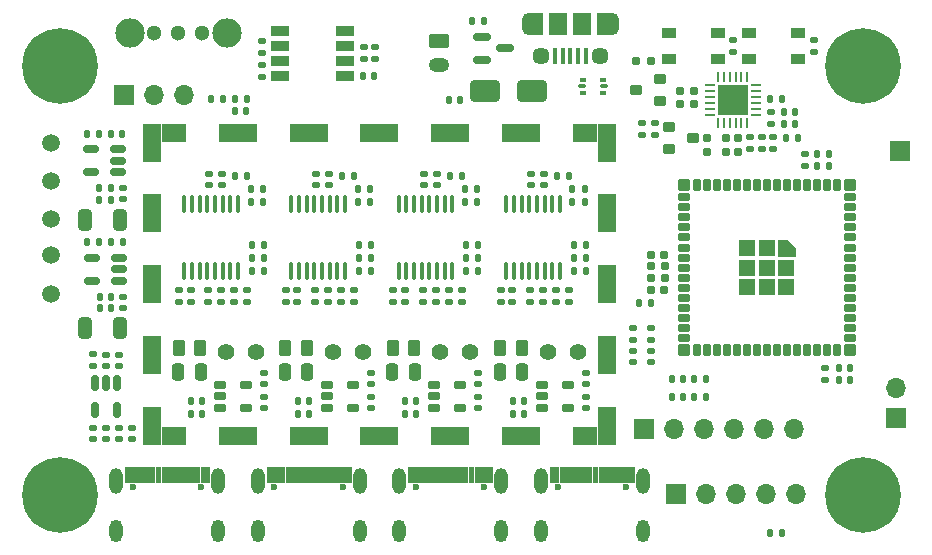
<source format=gbr>
%TF.GenerationSoftware,KiCad,Pcbnew,8.0.5*%
%TF.CreationDate,2025-03-11T21:14:57+01:00*%
%TF.ProjectId,Platine 4 Kanal Ferroelektret,506c6174-696e-4652-9034-204b616e616c,rev?*%
%TF.SameCoordinates,Original*%
%TF.FileFunction,Soldermask,Top*%
%TF.FilePolarity,Negative*%
%FSLAX46Y46*%
G04 Gerber Fmt 4.6, Leading zero omitted, Abs format (unit mm)*
G04 Created by KiCad (PCBNEW 8.0.5) date 2025-03-11 21:14:57*
%MOMM*%
%LPD*%
G01*
G04 APERTURE LIST*
G04 Aperture macros list*
%AMRoundRect*
0 Rectangle with rounded corners*
0 $1 Rounding radius*
0 $2 $3 $4 $5 $6 $7 $8 $9 X,Y pos of 4 corners*
0 Add a 4 corners polygon primitive as box body*
4,1,4,$2,$3,$4,$5,$6,$7,$8,$9,$2,$3,0*
0 Add four circle primitives for the rounded corners*
1,1,$1+$1,$2,$3*
1,1,$1+$1,$4,$5*
1,1,$1+$1,$6,$7*
1,1,$1+$1,$8,$9*
0 Add four rect primitives between the rounded corners*
20,1,$1+$1,$2,$3,$4,$5,0*
20,1,$1+$1,$4,$5,$6,$7,0*
20,1,$1+$1,$6,$7,$8,$9,0*
20,1,$1+$1,$8,$9,$2,$3,0*%
G04 Aperture macros list end*
%ADD10C,0.010000*%
%ADD11RoundRect,0.101600X-0.650000X-0.350000X0.650000X-0.350000X0.650000X0.350000X-0.650000X0.350000X0*%
%ADD12RoundRect,0.135000X-0.185000X0.135000X-0.185000X-0.135000X0.185000X-0.135000X0.185000X0.135000X0*%
%ADD13RoundRect,0.140000X-0.170000X0.140000X-0.170000X-0.140000X0.170000X-0.140000X0.170000X0.140000X0*%
%ADD14RoundRect,0.140000X0.170000X-0.140000X0.170000X0.140000X-0.170000X0.140000X-0.170000X-0.140000X0*%
%ADD15R,1.700000X1.700000*%
%ADD16O,1.700000X1.700000*%
%ADD17R,0.400000X1.350000*%
%ADD18O,1.200000X1.900000*%
%ADD19R,1.200000X1.900000*%
%ADD20C,1.450000*%
%ADD21R,1.500000X1.900000*%
%ADD22C,6.400000*%
%ADD23C,1.400000*%
%ADD24RoundRect,0.100000X-0.100000X0.637500X-0.100000X-0.637500X0.100000X-0.637500X0.100000X0.637500X0*%
%ADD25RoundRect,0.135000X0.135000X0.185000X-0.135000X0.185000X-0.135000X-0.185000X0.135000X-0.185000X0*%
%ADD26RoundRect,0.140000X-0.140000X-0.170000X0.140000X-0.170000X0.140000X0.170000X-0.140000X0.170000X0*%
%ADD27RoundRect,0.150000X-0.150000X0.512500X-0.150000X-0.512500X0.150000X-0.512500X0.150000X0.512500X0*%
%ADD28RoundRect,0.155000X-0.212500X-0.155000X0.212500X-0.155000X0.212500X0.155000X-0.212500X0.155000X0*%
%ADD29RoundRect,0.150000X0.512500X0.150000X-0.512500X0.150000X-0.512500X-0.150000X0.512500X-0.150000X0*%
%ADD30RoundRect,0.140000X0.140000X0.170000X-0.140000X0.170000X-0.140000X-0.170000X0.140000X-0.170000X0*%
%ADD31C,1.500000*%
%ADD32RoundRect,0.160000X-0.197500X-0.160000X0.197500X-0.160000X0.197500X0.160000X-0.197500X0.160000X0*%
%ADD33RoundRect,0.135000X0.185000X-0.135000X0.185000X0.135000X-0.185000X0.135000X-0.185000X-0.135000X0*%
%ADD34RoundRect,0.250000X-0.325000X-0.650000X0.325000X-0.650000X0.325000X0.650000X-0.325000X0.650000X0*%
%ADD35RoundRect,0.250000X0.262500X0.450000X-0.262500X0.450000X-0.262500X-0.450000X0.262500X-0.450000X0*%
%ADD36RoundRect,0.135000X-0.135000X-0.185000X0.135000X-0.185000X0.135000X0.185000X-0.135000X0.185000X0*%
%ADD37RoundRect,0.150000X-0.587500X-0.150000X0.587500X-0.150000X0.587500X0.150000X-0.587500X0.150000X0*%
%ADD38RoundRect,0.102000X-0.400000X-0.300000X0.400000X-0.300000X0.400000X0.300000X-0.400000X0.300000X0*%
%ADD39RoundRect,0.147500X-0.147500X-0.172500X0.147500X-0.172500X0.147500X0.172500X-0.147500X0.172500X0*%
%ADD40RoundRect,0.147500X0.147500X0.172500X-0.147500X0.172500X-0.147500X-0.172500X0.147500X-0.172500X0*%
%ADD41C,0.600000*%
%ADD42O,1.104000X2.204000*%
%ADD43O,1.104000X1.904000*%
%ADD44RoundRect,0.162500X-0.367500X-0.162500X0.367500X-0.162500X0.367500X0.162500X-0.367500X0.162500X0*%
%ADD45RoundRect,0.250000X-0.625000X0.350000X-0.625000X-0.350000X0.625000X-0.350000X0.625000X0.350000X0*%
%ADD46O,1.750000X1.200000*%
%ADD47RoundRect,0.102000X0.400000X0.300000X-0.400000X0.300000X-0.400000X-0.300000X0.400000X-0.300000X0*%
%ADD48RoundRect,0.062500X0.062500X-0.350000X0.062500X0.350000X-0.062500X0.350000X-0.062500X-0.350000X0*%
%ADD49RoundRect,0.062500X0.350000X-0.062500X0.350000X0.062500X-0.350000X0.062500X-0.350000X-0.062500X0*%
%ADD50R,2.600000X2.600000*%
%ADD51RoundRect,0.160000X0.160000X-0.197500X0.160000X0.197500X-0.160000X0.197500X-0.160000X-0.197500X0*%
%ADD52RoundRect,0.147500X0.172500X-0.147500X0.172500X0.147500X-0.172500X0.147500X-0.172500X-0.147500X0*%
%ADD53RoundRect,0.160000X0.197500X0.160000X-0.197500X0.160000X-0.197500X-0.160000X0.197500X-0.160000X0*%
%ADD54RoundRect,0.160000X-0.160000X0.197500X-0.160000X-0.197500X0.160000X-0.197500X0.160000X0.197500X0*%
%ADD55RoundRect,0.102000X0.525000X0.325000X-0.525000X0.325000X-0.525000X-0.325000X0.525000X-0.325000X0*%
%ADD56RoundRect,0.250000X0.250000X0.475000X-0.250000X0.475000X-0.250000X-0.475000X0.250000X-0.475000X0*%
%ADD57RoundRect,0.093750X-0.156250X-0.093750X0.156250X-0.093750X0.156250X0.093750X-0.156250X0.093750X0*%
%ADD58RoundRect,0.075000X-0.250000X-0.075000X0.250000X-0.075000X0.250000X0.075000X-0.250000X0.075000X0*%
%ADD59R,1.550000X1.500000*%
%ADD60R,1.550000X1.750000*%
%ADD61R,1.550000X3.300000*%
%ADD62R,2.050000X1.500000*%
%ADD63R,2.100000X1.500000*%
%ADD64R,3.300000X1.500000*%
%ADD65RoundRect,0.250000X-1.000000X-0.650000X1.000000X-0.650000X1.000000X0.650000X-1.000000X0.650000X0*%
%ADD66C,1.300000*%
%ADD67C,2.483000*%
%ADD68RoundRect,0.102000X-0.200000X0.400000X-0.200000X-0.400000X0.200000X-0.400000X0.200000X0.400000X0*%
%ADD69RoundRect,0.102000X-0.400000X0.200000X-0.400000X-0.200000X0.400000X-0.200000X0.400000X0.200000X0*%
%ADD70RoundRect,0.102000X-0.600000X0.600000X-0.600000X-0.600000X0.600000X-0.600000X0.600000X0.600000X0*%
%ADD71RoundRect,0.102000X-0.400000X0.400000X-0.400000X-0.400000X0.400000X-0.400000X0.400000X0.400000X0*%
G04 APERTURE END LIST*
D10*
%TO.C,J7*%
X106200000Y-115182500D02*
X105500000Y-115182500D01*
X105500000Y-113942500D01*
X106200000Y-113942500D01*
X106200000Y-115182500D01*
G36*
X106200000Y-115182500D02*
G01*
X105500000Y-115182500D01*
X105500000Y-113942500D01*
X106200000Y-113942500D01*
X106200000Y-115182500D01*
G37*
X107000000Y-115182500D02*
X106300000Y-115182500D01*
X106300000Y-113942500D01*
X107000000Y-113942500D01*
X107000000Y-115182500D01*
G36*
X107000000Y-115182500D02*
G01*
X106300000Y-115182500D01*
X106300000Y-113942500D01*
X107000000Y-113942500D01*
X107000000Y-115182500D01*
G37*
X107500000Y-115182500D02*
X107100000Y-115182500D01*
X107100000Y-113942500D01*
X107500000Y-113942500D01*
X107500000Y-115182500D01*
G36*
X107500000Y-115182500D02*
G01*
X107100000Y-115182500D01*
X107100000Y-113942500D01*
X107500000Y-113942500D01*
X107500000Y-115182500D01*
G37*
X108000000Y-115182500D02*
X107600000Y-115182500D01*
X107600000Y-113942500D01*
X108000000Y-113942500D01*
X108000000Y-115182500D01*
G36*
X108000000Y-115182500D02*
G01*
X107600000Y-115182500D01*
X107600000Y-113942500D01*
X108000000Y-113942500D01*
X108000000Y-115182500D01*
G37*
X108500000Y-115182500D02*
X108100000Y-115182500D01*
X108100000Y-113942500D01*
X108500000Y-113942500D01*
X108500000Y-115182500D01*
G36*
X108500000Y-115182500D02*
G01*
X108100000Y-115182500D01*
X108100000Y-113942500D01*
X108500000Y-113942500D01*
X108500000Y-115182500D01*
G37*
X109000000Y-115182500D02*
X108600000Y-115182500D01*
X108600000Y-113942500D01*
X109000000Y-113942500D01*
X109000000Y-115182500D01*
G36*
X109000000Y-115182500D02*
G01*
X108600000Y-115182500D01*
X108600000Y-113942500D01*
X109000000Y-113942500D01*
X109000000Y-115182500D01*
G37*
X109500000Y-115182500D02*
X109100000Y-115182500D01*
X109100000Y-113942500D01*
X109500000Y-113942500D01*
X109500000Y-115182500D01*
G36*
X109500000Y-115182500D02*
G01*
X109100000Y-115182500D01*
X109100000Y-113942500D01*
X109500000Y-113942500D01*
X109500000Y-115182500D01*
G37*
X110000000Y-115182500D02*
X109600000Y-115182500D01*
X109600000Y-113942500D01*
X110000000Y-113942500D01*
X110000000Y-115182500D01*
G36*
X110000000Y-115182500D02*
G01*
X109600000Y-115182500D01*
X109600000Y-113942500D01*
X110000000Y-113942500D01*
X110000000Y-115182500D01*
G37*
X110500000Y-115182500D02*
X110100000Y-115182500D01*
X110100000Y-113942500D01*
X110500000Y-113942500D01*
X110500000Y-115182500D01*
G36*
X110500000Y-115182500D02*
G01*
X110100000Y-115182500D01*
X110100000Y-113942500D01*
X110500000Y-113942500D01*
X110500000Y-115182500D01*
G37*
X111000000Y-115182500D02*
X110600000Y-115182500D01*
X110600000Y-113942500D01*
X111000000Y-113942500D01*
X111000000Y-115182500D01*
G36*
X111000000Y-115182500D02*
G01*
X110600000Y-115182500D01*
X110600000Y-113942500D01*
X111000000Y-113942500D01*
X111000000Y-115182500D01*
G37*
X111800000Y-115182500D02*
X111100000Y-115182500D01*
X111100000Y-113942500D01*
X111800000Y-113942500D01*
X111800000Y-115182500D01*
G36*
X111800000Y-115182500D02*
G01*
X111100000Y-115182500D01*
X111100000Y-113942500D01*
X111800000Y-113942500D01*
X111800000Y-115182500D01*
G37*
X112600000Y-115182500D02*
X111900000Y-115182500D01*
X111900000Y-113942500D01*
X112600000Y-113942500D01*
X112600000Y-115182500D01*
G36*
X112600000Y-115182500D02*
G01*
X111900000Y-115182500D01*
X111900000Y-113942500D01*
X112600000Y-113942500D01*
X112600000Y-115182500D01*
G37*
%TO.C,J8*%
X118200000Y-115182500D02*
X117500000Y-115182500D01*
X117500000Y-113942500D01*
X118200000Y-113942500D01*
X118200000Y-115182500D01*
G36*
X118200000Y-115182500D02*
G01*
X117500000Y-115182500D01*
X117500000Y-113942500D01*
X118200000Y-113942500D01*
X118200000Y-115182500D01*
G37*
X119000000Y-115182500D02*
X118300000Y-115182500D01*
X118300000Y-113942500D01*
X119000000Y-113942500D01*
X119000000Y-115182500D01*
G36*
X119000000Y-115182500D02*
G01*
X118300000Y-115182500D01*
X118300000Y-113942500D01*
X119000000Y-113942500D01*
X119000000Y-115182500D01*
G37*
X119500000Y-115182500D02*
X119100000Y-115182500D01*
X119100000Y-113942500D01*
X119500000Y-113942500D01*
X119500000Y-115182500D01*
G36*
X119500000Y-115182500D02*
G01*
X119100000Y-115182500D01*
X119100000Y-113942500D01*
X119500000Y-113942500D01*
X119500000Y-115182500D01*
G37*
X120000000Y-115182500D02*
X119600000Y-115182500D01*
X119600000Y-113942500D01*
X120000000Y-113942500D01*
X120000000Y-115182500D01*
G36*
X120000000Y-115182500D02*
G01*
X119600000Y-115182500D01*
X119600000Y-113942500D01*
X120000000Y-113942500D01*
X120000000Y-115182500D01*
G37*
X120500000Y-115182500D02*
X120100000Y-115182500D01*
X120100000Y-113942500D01*
X120500000Y-113942500D01*
X120500000Y-115182500D01*
G36*
X120500000Y-115182500D02*
G01*
X120100000Y-115182500D01*
X120100000Y-113942500D01*
X120500000Y-113942500D01*
X120500000Y-115182500D01*
G37*
X121000000Y-115182500D02*
X120600000Y-115182500D01*
X120600000Y-113942500D01*
X121000000Y-113942500D01*
X121000000Y-115182500D01*
G36*
X121000000Y-115182500D02*
G01*
X120600000Y-115182500D01*
X120600000Y-113942500D01*
X121000000Y-113942500D01*
X121000000Y-115182500D01*
G37*
X121500000Y-115182500D02*
X121100000Y-115182500D01*
X121100000Y-113942500D01*
X121500000Y-113942500D01*
X121500000Y-115182500D01*
G36*
X121500000Y-115182500D02*
G01*
X121100000Y-115182500D01*
X121100000Y-113942500D01*
X121500000Y-113942500D01*
X121500000Y-115182500D01*
G37*
X122000000Y-115182500D02*
X121600000Y-115182500D01*
X121600000Y-113942500D01*
X122000000Y-113942500D01*
X122000000Y-115182500D01*
G36*
X122000000Y-115182500D02*
G01*
X121600000Y-115182500D01*
X121600000Y-113942500D01*
X122000000Y-113942500D01*
X122000000Y-115182500D01*
G37*
X122500000Y-115182500D02*
X122100000Y-115182500D01*
X122100000Y-113942500D01*
X122500000Y-113942500D01*
X122500000Y-115182500D01*
G36*
X122500000Y-115182500D02*
G01*
X122100000Y-115182500D01*
X122100000Y-113942500D01*
X122500000Y-113942500D01*
X122500000Y-115182500D01*
G37*
X123000000Y-115182500D02*
X122600000Y-115182500D01*
X122600000Y-113942500D01*
X123000000Y-113942500D01*
X123000000Y-115182500D01*
G36*
X123000000Y-115182500D02*
G01*
X122600000Y-115182500D01*
X122600000Y-113942500D01*
X123000000Y-113942500D01*
X123000000Y-115182500D01*
G37*
X123800000Y-115182500D02*
X123100000Y-115182500D01*
X123100000Y-113942500D01*
X123800000Y-113942500D01*
X123800000Y-115182500D01*
G36*
X123800000Y-115182500D02*
G01*
X123100000Y-115182500D01*
X123100000Y-113942500D01*
X123800000Y-113942500D01*
X123800000Y-115182500D01*
G37*
X124600000Y-115182500D02*
X123900000Y-115182500D01*
X123900000Y-113942500D01*
X124600000Y-113942500D01*
X124600000Y-115182500D01*
G36*
X124600000Y-115182500D02*
G01*
X123900000Y-115182500D01*
X123900000Y-113942500D01*
X124600000Y-113942500D01*
X124600000Y-115182500D01*
G37*
%TO.C,J9*%
X130200000Y-115182500D02*
X129500000Y-115182500D01*
X129500000Y-113942500D01*
X130200000Y-113942500D01*
X130200000Y-115182500D01*
G36*
X130200000Y-115182500D02*
G01*
X129500000Y-115182500D01*
X129500000Y-113942500D01*
X130200000Y-113942500D01*
X130200000Y-115182500D01*
G37*
X131000000Y-115182500D02*
X130300000Y-115182500D01*
X130300000Y-113942500D01*
X131000000Y-113942500D01*
X131000000Y-115182500D01*
G36*
X131000000Y-115182500D02*
G01*
X130300000Y-115182500D01*
X130300000Y-113942500D01*
X131000000Y-113942500D01*
X131000000Y-115182500D01*
G37*
X131500000Y-115182500D02*
X131100000Y-115182500D01*
X131100000Y-113942500D01*
X131500000Y-113942500D01*
X131500000Y-115182500D01*
G36*
X131500000Y-115182500D02*
G01*
X131100000Y-115182500D01*
X131100000Y-113942500D01*
X131500000Y-113942500D01*
X131500000Y-115182500D01*
G37*
X132000000Y-115182500D02*
X131600000Y-115182500D01*
X131600000Y-113942500D01*
X132000000Y-113942500D01*
X132000000Y-115182500D01*
G36*
X132000000Y-115182500D02*
G01*
X131600000Y-115182500D01*
X131600000Y-113942500D01*
X132000000Y-113942500D01*
X132000000Y-115182500D01*
G37*
X132500000Y-115182500D02*
X132100000Y-115182500D01*
X132100000Y-113942500D01*
X132500000Y-113942500D01*
X132500000Y-115182500D01*
G36*
X132500000Y-115182500D02*
G01*
X132100000Y-115182500D01*
X132100000Y-113942500D01*
X132500000Y-113942500D01*
X132500000Y-115182500D01*
G37*
X133000000Y-115182500D02*
X132600000Y-115182500D01*
X132600000Y-113942500D01*
X133000000Y-113942500D01*
X133000000Y-115182500D01*
G36*
X133000000Y-115182500D02*
G01*
X132600000Y-115182500D01*
X132600000Y-113942500D01*
X133000000Y-113942500D01*
X133000000Y-115182500D01*
G37*
X133500000Y-115182500D02*
X133100000Y-115182500D01*
X133100000Y-113942500D01*
X133500000Y-113942500D01*
X133500000Y-115182500D01*
G36*
X133500000Y-115182500D02*
G01*
X133100000Y-115182500D01*
X133100000Y-113942500D01*
X133500000Y-113942500D01*
X133500000Y-115182500D01*
G37*
X134000000Y-115182500D02*
X133600000Y-115182500D01*
X133600000Y-113942500D01*
X134000000Y-113942500D01*
X134000000Y-115182500D01*
G36*
X134000000Y-115182500D02*
G01*
X133600000Y-115182500D01*
X133600000Y-113942500D01*
X134000000Y-113942500D01*
X134000000Y-115182500D01*
G37*
X134500000Y-115182500D02*
X134100000Y-115182500D01*
X134100000Y-113942500D01*
X134500000Y-113942500D01*
X134500000Y-115182500D01*
G36*
X134500000Y-115182500D02*
G01*
X134100000Y-115182500D01*
X134100000Y-113942500D01*
X134500000Y-113942500D01*
X134500000Y-115182500D01*
G37*
X135000000Y-115182500D02*
X134600000Y-115182500D01*
X134600000Y-113942500D01*
X135000000Y-113942500D01*
X135000000Y-115182500D01*
G36*
X135000000Y-115182500D02*
G01*
X134600000Y-115182500D01*
X134600000Y-113942500D01*
X135000000Y-113942500D01*
X135000000Y-115182500D01*
G37*
X135800000Y-115182500D02*
X135100000Y-115182500D01*
X135100000Y-113942500D01*
X135800000Y-113942500D01*
X135800000Y-115182500D01*
G36*
X135800000Y-115182500D02*
G01*
X135100000Y-115182500D01*
X135100000Y-113942500D01*
X135800000Y-113942500D01*
X135800000Y-115182500D01*
G37*
X136600000Y-115182500D02*
X135900000Y-115182500D01*
X135900000Y-113942500D01*
X136600000Y-113942500D01*
X136600000Y-115182500D01*
G36*
X136600000Y-115182500D02*
G01*
X135900000Y-115182500D01*
X135900000Y-113942500D01*
X136600000Y-113942500D01*
X136600000Y-115182500D01*
G37*
%TO.C,J10*%
X142200000Y-115182500D02*
X141500000Y-115182500D01*
X141500000Y-113942500D01*
X142200000Y-113942500D01*
X142200000Y-115182500D01*
G36*
X142200000Y-115182500D02*
G01*
X141500000Y-115182500D01*
X141500000Y-113942500D01*
X142200000Y-113942500D01*
X142200000Y-115182500D01*
G37*
X143000000Y-115182500D02*
X142300000Y-115182500D01*
X142300000Y-113942500D01*
X143000000Y-113942500D01*
X143000000Y-115182500D01*
G36*
X143000000Y-115182500D02*
G01*
X142300000Y-115182500D01*
X142300000Y-113942500D01*
X143000000Y-113942500D01*
X143000000Y-115182500D01*
G37*
X143500000Y-115182500D02*
X143100000Y-115182500D01*
X143100000Y-113942500D01*
X143500000Y-113942500D01*
X143500000Y-115182500D01*
G36*
X143500000Y-115182500D02*
G01*
X143100000Y-115182500D01*
X143100000Y-113942500D01*
X143500000Y-113942500D01*
X143500000Y-115182500D01*
G37*
X144000000Y-115182500D02*
X143600000Y-115182500D01*
X143600000Y-113942500D01*
X144000000Y-113942500D01*
X144000000Y-115182500D01*
G36*
X144000000Y-115182500D02*
G01*
X143600000Y-115182500D01*
X143600000Y-113942500D01*
X144000000Y-113942500D01*
X144000000Y-115182500D01*
G37*
X144500000Y-115182500D02*
X144100000Y-115182500D01*
X144100000Y-113942500D01*
X144500000Y-113942500D01*
X144500000Y-115182500D01*
G36*
X144500000Y-115182500D02*
G01*
X144100000Y-115182500D01*
X144100000Y-113942500D01*
X144500000Y-113942500D01*
X144500000Y-115182500D01*
G37*
X145000000Y-115182500D02*
X144600000Y-115182500D01*
X144600000Y-113942500D01*
X145000000Y-113942500D01*
X145000000Y-115182500D01*
G36*
X145000000Y-115182500D02*
G01*
X144600000Y-115182500D01*
X144600000Y-113942500D01*
X145000000Y-113942500D01*
X145000000Y-115182500D01*
G37*
X145500000Y-115182500D02*
X145100000Y-115182500D01*
X145100000Y-113942500D01*
X145500000Y-113942500D01*
X145500000Y-115182500D01*
G36*
X145500000Y-115182500D02*
G01*
X145100000Y-115182500D01*
X145100000Y-113942500D01*
X145500000Y-113942500D01*
X145500000Y-115182500D01*
G37*
X146000000Y-115182500D02*
X145600000Y-115182500D01*
X145600000Y-113942500D01*
X146000000Y-113942500D01*
X146000000Y-115182500D01*
G36*
X146000000Y-115182500D02*
G01*
X145600000Y-115182500D01*
X145600000Y-113942500D01*
X146000000Y-113942500D01*
X146000000Y-115182500D01*
G37*
X146500000Y-115182500D02*
X146100000Y-115182500D01*
X146100000Y-113942500D01*
X146500000Y-113942500D01*
X146500000Y-115182500D01*
G36*
X146500000Y-115182500D02*
G01*
X146100000Y-115182500D01*
X146100000Y-113942500D01*
X146500000Y-113942500D01*
X146500000Y-115182500D01*
G37*
X147000000Y-115182500D02*
X146600000Y-115182500D01*
X146600000Y-113942500D01*
X147000000Y-113942500D01*
X147000000Y-115182500D01*
G36*
X147000000Y-115182500D02*
G01*
X146600000Y-115182500D01*
X146600000Y-113942500D01*
X147000000Y-113942500D01*
X147000000Y-115182500D01*
G37*
X147800000Y-115182500D02*
X147100000Y-115182500D01*
X147100000Y-113942500D01*
X147800000Y-113942500D01*
X147800000Y-115182500D01*
G36*
X147800000Y-115182500D02*
G01*
X147100000Y-115182500D01*
X147100000Y-113942500D01*
X147800000Y-113942500D01*
X147800000Y-115182500D01*
G37*
X148600000Y-115182500D02*
X147900000Y-115182500D01*
X147900000Y-113942500D01*
X148600000Y-113942500D01*
X148600000Y-115182500D01*
G36*
X148600000Y-115182500D02*
G01*
X147900000Y-115182500D01*
X147900000Y-113942500D01*
X148600000Y-113942500D01*
X148600000Y-115182500D01*
G37*
%TO.C,U2*%
X162200000Y-95350000D02*
X162200000Y-96100000D01*
X160800000Y-96100000D01*
X160800000Y-94700000D01*
X161550000Y-94700000D01*
X162200000Y-95350000D01*
G36*
X162200000Y-95350000D02*
G01*
X162200000Y-96100000D01*
X160800000Y-96100000D01*
X160800000Y-94700000D01*
X161550000Y-94700000D01*
X162200000Y-95350000D01*
G37*
%TD*%
D11*
%TO.C,IC1*%
X118650000Y-76995000D03*
X118650000Y-78265000D03*
X118650000Y-79535000D03*
X118650000Y-80805000D03*
X124150000Y-80805000D03*
X124150000Y-79535000D03*
X124150000Y-78265000D03*
X124150000Y-76995000D03*
%TD*%
D12*
%TO.C,R3*%
X102800000Y-104390000D03*
X102800000Y-105410000D03*
%TD*%
D13*
%TO.C,C6*%
X102800000Y-110620000D03*
X102800000Y-111580000D03*
%TD*%
%TO.C,C5*%
X103900000Y-110620000D03*
X103900000Y-111580000D03*
%TD*%
D14*
%TO.C,C4*%
X105000000Y-111580000D03*
X105000000Y-110620000D03*
%TD*%
%TO.C,C3*%
X106100000Y-111580000D03*
X106100000Y-110620000D03*
%TD*%
D13*
%TO.C,C2*%
X103900000Y-104420000D03*
X103900000Y-105380000D03*
%TD*%
%TO.C,C1*%
X105000000Y-104420000D03*
X105000000Y-105380000D03*
%TD*%
D15*
%TO.C,J3*%
X170800000Y-109775000D03*
D16*
X170800000Y-107235000D03*
%TD*%
D14*
%TO.C,C74*%
X105300000Y-91280000D03*
X105300000Y-90320000D03*
%TD*%
%TO.C,C20*%
X113650000Y-99942500D03*
X113650000Y-98982500D03*
%TD*%
D17*
%TO.C,J11*%
X144500000Y-79162500D03*
X143850000Y-79162500D03*
X143200000Y-79162500D03*
X142550000Y-79162500D03*
X141900000Y-79162500D03*
D18*
X146700000Y-76462500D03*
D19*
X146100000Y-76462500D03*
D20*
X145700000Y-79162500D03*
D21*
X144200000Y-76462500D03*
X142200000Y-76462500D03*
D20*
X140700000Y-79162500D03*
D19*
X140300000Y-76462500D03*
D18*
X139700000Y-76462500D03*
%TD*%
D13*
%TO.C,C46*%
X135400000Y-107982500D03*
X135400000Y-108942500D03*
%TD*%
%TO.C,C60*%
X143100000Y-98982500D03*
X143100000Y-99942500D03*
%TD*%
D22*
%TO.C,H3*%
X168000000Y-80000000D03*
%TD*%
D23*
%TO.C,TP6*%
X116600000Y-104162500D03*
X114060000Y-104162500D03*
%TD*%
D24*
%TO.C,U9*%
X142325000Y-91637500D03*
X141675000Y-91637500D03*
X141025000Y-91637500D03*
X140375000Y-91637500D03*
X139725000Y-91637500D03*
X139075000Y-91637500D03*
X138425000Y-91637500D03*
X137775000Y-91637500D03*
X137775000Y-97362500D03*
X138425000Y-97362500D03*
X139075000Y-97362500D03*
X139725000Y-97362500D03*
X140375000Y-97362500D03*
X141025000Y-97362500D03*
X141675000Y-97362500D03*
X142325000Y-97362500D03*
%TD*%
D25*
%TO.C,R33*%
X144510000Y-96262500D03*
X143490000Y-96262500D03*
%TD*%
%TO.C,R16*%
X117160000Y-90362500D03*
X116140000Y-90362500D03*
%TD*%
D13*
%TO.C,C43*%
X135400000Y-105982500D03*
X135400000Y-106942500D03*
%TD*%
D26*
%TO.C,C39*%
X120120000Y-109462500D03*
X121080000Y-109462500D03*
%TD*%
D27*
%TO.C,U1*%
X104850000Y-106862500D03*
X103900000Y-106862500D03*
X102950000Y-106862500D03*
X102950000Y-109137500D03*
X104850000Y-109137500D03*
%TD*%
D28*
%TO.C,C15*%
X150032500Y-95950000D03*
X151167500Y-95950000D03*
%TD*%
D14*
%TO.C,C54*%
X141000000Y-90080000D03*
X141000000Y-89120000D03*
%TD*%
D29*
%TO.C,U14*%
X104962500Y-98150000D03*
X104962500Y-97200000D03*
X104962500Y-96250000D03*
X102687500Y-96250000D03*
X102687500Y-98150000D03*
%TD*%
D30*
%TO.C,C12*%
X165080000Y-87420000D03*
X164120000Y-87420000D03*
%TD*%
D13*
%TO.C,C24*%
X115850000Y-98982500D03*
X115850000Y-99942500D03*
%TD*%
D25*
%TO.C,R20*%
X126310000Y-97362500D03*
X125290000Y-97362500D03*
%TD*%
D13*
%TO.C,C22*%
X117250000Y-107982500D03*
X117250000Y-108942500D03*
%TD*%
D25*
%TO.C,R35*%
X144510000Y-95162500D03*
X143490000Y-95162500D03*
%TD*%
D22*
%TO.C,H1*%
X100000000Y-116320000D03*
%TD*%
D31*
%TO.C,TP5*%
X99200000Y-86500000D03*
%TD*%
D32*
%TO.C,R9*%
X150002500Y-97950000D03*
X151197500Y-97950000D03*
%TD*%
D33*
%TO.C,R49*%
X150400000Y-85810000D03*
X150400000Y-84790000D03*
%TD*%
D14*
%TO.C,C35*%
X123800000Y-99942500D03*
X123800000Y-98982500D03*
%TD*%
D28*
%TO.C,C16*%
X150032500Y-98950000D03*
X151167500Y-98950000D03*
%TD*%
D24*
%TO.C,U5*%
X124125000Y-91625000D03*
X123475000Y-91625000D03*
X122825000Y-91625000D03*
X122175000Y-91625000D03*
X121525000Y-91625000D03*
X120875000Y-91625000D03*
X120225000Y-91625000D03*
X119575000Y-91625000D03*
X119575000Y-97350000D03*
X120225000Y-97350000D03*
X120875000Y-97350000D03*
X121525000Y-97350000D03*
X122175000Y-97350000D03*
X122825000Y-97350000D03*
X123475000Y-97350000D03*
X124125000Y-97350000D03*
%TD*%
D14*
%TO.C,C32*%
X122700000Y-99942500D03*
X122700000Y-98982500D03*
%TD*%
D25*
%TO.C,R14*%
X117260000Y-97362500D03*
X116240000Y-97362500D03*
%TD*%
D14*
%TO.C,C18*%
X113750000Y-90080000D03*
X113750000Y-89120000D03*
%TD*%
D34*
%TO.C,C7*%
X102125000Y-93000000D03*
X105075000Y-93000000D03*
%TD*%
D30*
%TO.C,C71*%
X115780000Y-83800000D03*
X114820000Y-83800000D03*
%TD*%
D14*
%TO.C,C59*%
X142000000Y-99942500D03*
X142000000Y-98982500D03*
%TD*%
D35*
%TO.C,RF1*%
X111862500Y-103862500D03*
X110037500Y-103862500D03*
%TD*%
D13*
%TO.C,C58*%
X144500000Y-107982500D03*
X144500000Y-108942500D03*
%TD*%
D36*
%TO.C,R52*%
X134890000Y-76200000D03*
X135910000Y-76200000D03*
%TD*%
D25*
%TO.C,R28*%
X135310000Y-90362500D03*
X134290000Y-90362500D03*
%TD*%
%TO.C,R32*%
X144510000Y-97362500D03*
X143490000Y-97362500D03*
%TD*%
%TO.C,R15*%
X117260000Y-96262500D03*
X116240000Y-96262500D03*
%TD*%
D37*
%TO.C,Q3*%
X135762500Y-77550000D03*
X135762500Y-79450000D03*
X137637500Y-78500000D03*
%TD*%
D25*
%TO.C,R12*%
X115860000Y-89262500D03*
X114840000Y-89262500D03*
%TD*%
D14*
%TO.C,C56*%
X140900000Y-99942500D03*
X140900000Y-98982500D03*
%TD*%
D38*
%TO.C,Q2*%
X151590000Y-85150000D03*
X151590000Y-87050000D03*
X153610000Y-86100000D03*
%TD*%
D25*
%TO.C,R21*%
X126310000Y-96262500D03*
X125290000Y-96262500D03*
%TD*%
D39*
%TO.C,LED_INFO4*%
X151800000Y-108000000D03*
X152770000Y-108000000D03*
%TD*%
D12*
%TO.C,R40*%
X160200000Y-83890000D03*
X160200000Y-84910000D03*
%TD*%
D33*
%TO.C,R43*%
X125700000Y-79410000D03*
X125700000Y-78390000D03*
%TD*%
D13*
%TO.C,C9*%
X163800000Y-77820000D03*
X163800000Y-78780000D03*
%TD*%
D31*
%TO.C,TP4*%
X99200000Y-99300000D03*
%TD*%
D30*
%TO.C,C28*%
X112030000Y-108362500D03*
X111070000Y-108362500D03*
%TD*%
%TO.C,C11*%
X165080000Y-88450000D03*
X164120000Y-88450000D03*
%TD*%
%TO.C,C76*%
X104305000Y-99500000D03*
X103345000Y-99500000D03*
%TD*%
D31*
%TO.C,TP3*%
X99200000Y-96000000D03*
%TD*%
D40*
%TO.C,LED_PWR2*%
X105285000Y-85700000D03*
X104315000Y-85700000D03*
%TD*%
D30*
%TO.C,C14*%
X166880000Y-106550000D03*
X165920000Y-106550000D03*
%TD*%
D34*
%TO.C,C8*%
X102125000Y-102200000D03*
X105075000Y-102200000D03*
%TD*%
D13*
%TO.C,C57*%
X139800000Y-98982500D03*
X139800000Y-99942500D03*
%TD*%
%TO.C,C25*%
X110050000Y-98982500D03*
X110050000Y-99942500D03*
%TD*%
D25*
%TO.C,R18*%
X124910000Y-89262500D03*
X123890000Y-89262500D03*
%TD*%
D41*
%TO.C,J7*%
X106160000Y-115632500D03*
X111940000Y-115632500D03*
D42*
X104725000Y-115142500D03*
X113375000Y-115142500D03*
D43*
X104725000Y-119312500D03*
X113375000Y-119312500D03*
%TD*%
D40*
%TO.C,LED_PWR1*%
X162470000Y-86100000D03*
X161500000Y-86100000D03*
%TD*%
D25*
%TO.C,R29*%
X135410000Y-95162500D03*
X134390000Y-95162500D03*
%TD*%
D35*
%TO.C,RF3*%
X130012500Y-103862500D03*
X128187500Y-103862500D03*
%TD*%
D13*
%TO.C,C21*%
X112550000Y-98982500D03*
X112550000Y-99942500D03*
%TD*%
%TO.C,C53*%
X139900000Y-89120000D03*
X139900000Y-90080000D03*
%TD*%
D44*
%TO.C,U8*%
X131700000Y-107012500D03*
X131700000Y-107962500D03*
X131700000Y-108912500D03*
X133900000Y-108912500D03*
X133900000Y-107012500D03*
%TD*%
D14*
%TO.C,C78*%
X105325000Y-100480000D03*
X105325000Y-99520000D03*
%TD*%
D31*
%TO.C,TP1*%
X99200000Y-89700000D03*
%TD*%
D45*
%TO.C,X1*%
X132100000Y-77900000D03*
D46*
X132100000Y-79900000D03*
%TD*%
D30*
%TO.C,C64*%
X139280000Y-108362500D03*
X138320000Y-108362500D03*
%TD*%
D14*
%TO.C,C62*%
X138300000Y-99942500D03*
X138300000Y-98982500D03*
%TD*%
D47*
%TO.C,Q1*%
X150810000Y-82950000D03*
X150810000Y-81050000D03*
X148790000Y-82000000D03*
%TD*%
D25*
%TO.C,R17*%
X117260000Y-95162500D03*
X116240000Y-95162500D03*
%TD*%
D15*
%TO.C,J4*%
X149460000Y-110675000D03*
D16*
X152000000Y-110675000D03*
X154540000Y-110675000D03*
X157080000Y-110675000D03*
X159620000Y-110675000D03*
X162160000Y-110675000D03*
%TD*%
D13*
%TO.C,C17*%
X112650000Y-89120000D03*
X112650000Y-90080000D03*
%TD*%
D23*
%TO.C,TP9*%
X143850000Y-104162500D03*
X141310000Y-104162500D03*
%TD*%
D13*
%TO.C,C41*%
X130800000Y-89120000D03*
X130800000Y-90080000D03*
%TD*%
D30*
%TO.C,C66*%
X162260000Y-83900000D03*
X161300000Y-83900000D03*
%TD*%
D48*
%TO.C,U12*%
X155700000Y-84787500D03*
X156200000Y-84787500D03*
X156700000Y-84787500D03*
X157200000Y-84787500D03*
X157700000Y-84787500D03*
X158200000Y-84787500D03*
D49*
X158887500Y-84100000D03*
X158887500Y-83600000D03*
X158887500Y-83100000D03*
X158887500Y-82600000D03*
X158887500Y-82100000D03*
X158887500Y-81600000D03*
D48*
X158200000Y-80912500D03*
X157700000Y-80912500D03*
X157200000Y-80912500D03*
X156700000Y-80912500D03*
X156200000Y-80912500D03*
X155700000Y-80912500D03*
D49*
X155012500Y-81600000D03*
X155012500Y-82100000D03*
X155012500Y-82600000D03*
X155012500Y-83100000D03*
X155012500Y-83600000D03*
X155012500Y-84100000D03*
D50*
X156950000Y-82850000D03*
%TD*%
D23*
%TO.C,TP8*%
X134750000Y-104162500D03*
X132210000Y-104162500D03*
%TD*%
D25*
%TO.C,R19*%
X126210000Y-91462500D03*
X125190000Y-91462500D03*
%TD*%
D26*
%TO.C,C27*%
X111070000Y-109462500D03*
X112030000Y-109462500D03*
%TD*%
D30*
%TO.C,C77*%
X104305000Y-100500000D03*
X103345000Y-100500000D03*
%TD*%
D14*
%TO.C,C69*%
X117100000Y-80880000D03*
X117100000Y-79920000D03*
%TD*%
D12*
%TO.C,R2*%
X150000000Y-102175000D03*
X150000000Y-103195000D03*
%TD*%
%TO.C,R47*%
X149300000Y-84790000D03*
X149300000Y-85810000D03*
%TD*%
D13*
%TO.C,C10*%
X157000000Y-77820000D03*
X157000000Y-78780000D03*
%TD*%
D30*
%TO.C,C67*%
X162260000Y-84900000D03*
X161300000Y-84900000D03*
%TD*%
D13*
%TO.C,C61*%
X137300000Y-98982500D03*
X137300000Y-99942500D03*
%TD*%
D36*
%TO.C,R53*%
X102305000Y-94905000D03*
X103325000Y-94905000D03*
%TD*%
D13*
%TO.C,C36*%
X124900000Y-98982500D03*
X124900000Y-99942500D03*
%TD*%
D12*
%TO.C,R6*%
X163100000Y-87440000D03*
X163100000Y-88460000D03*
%TD*%
D51*
%TO.C,R41*%
X157400000Y-87297500D03*
X157400000Y-86102500D03*
%TD*%
D15*
%TO.C,J5*%
X171100000Y-87200000D03*
%TD*%
D32*
%TO.C,R39*%
X152500000Y-82100000D03*
X153695000Y-82100000D03*
%TD*%
D25*
%TO.C,R4*%
X154710000Y-106500000D03*
X153690000Y-106500000D03*
%TD*%
D14*
%TO.C,C42*%
X131900000Y-90080000D03*
X131900000Y-89120000D03*
%TD*%
%TO.C,C65*%
X159400000Y-86980000D03*
X159400000Y-86020000D03*
%TD*%
D22*
%TO.C,H4*%
X168000000Y-116320000D03*
%TD*%
D13*
%TO.C,C55*%
X144500000Y-105982500D03*
X144500000Y-106942500D03*
%TD*%
D14*
%TO.C,C68*%
X158400000Y-86980000D03*
X158400000Y-86020000D03*
%TD*%
%TO.C,C47*%
X132900000Y-99942500D03*
X132900000Y-98982500D03*
%TD*%
D25*
%TO.C,R22*%
X126210000Y-90362500D03*
X125190000Y-90362500D03*
%TD*%
D12*
%TO.C,R1*%
X148500000Y-102175000D03*
X148500000Y-103195000D03*
%TD*%
D24*
%TO.C,U7*%
X133225000Y-91637500D03*
X132575000Y-91637500D03*
X131925000Y-91637500D03*
X131275000Y-91637500D03*
X130625000Y-91637500D03*
X129975000Y-91637500D03*
X129325000Y-91637500D03*
X128675000Y-91637500D03*
X128675000Y-97362500D03*
X129325000Y-97362500D03*
X129975000Y-97362500D03*
X130625000Y-97362500D03*
X131275000Y-97362500D03*
X131925000Y-97362500D03*
X132575000Y-97362500D03*
X133225000Y-97362500D03*
%TD*%
D41*
%TO.C,J8*%
X118160000Y-115632500D03*
X123940000Y-115632500D03*
D42*
X116725000Y-115142500D03*
X125375000Y-115142500D03*
D43*
X116725000Y-119312500D03*
X125375000Y-119312500D03*
%TD*%
D41*
%TO.C,J9*%
X130160000Y-115632500D03*
X135940000Y-115632500D03*
D42*
X128725000Y-115142500D03*
X137375000Y-115142500D03*
D43*
X128725000Y-119312500D03*
X137375000Y-119312500D03*
%TD*%
D14*
%TO.C,C30*%
X122800000Y-90067500D03*
X122800000Y-89107500D03*
%TD*%
D13*
%TO.C,C49*%
X128200000Y-98982500D03*
X128200000Y-99942500D03*
%TD*%
D36*
%TO.C,R51*%
X102290000Y-85700000D03*
X103310000Y-85700000D03*
%TD*%
D13*
%TO.C,C34*%
X126300000Y-107982500D03*
X126300000Y-108942500D03*
%TD*%
D52*
%TO.C,LED_INFO1*%
X148500000Y-105085000D03*
X148500000Y-104115000D03*
%TD*%
D30*
%TO.C,C13*%
X166880000Y-105550000D03*
X165920000Y-105550000D03*
%TD*%
%TO.C,C40*%
X121080000Y-108362500D03*
X120120000Y-108362500D03*
%TD*%
D53*
%TO.C,R8*%
X151197500Y-96950000D03*
X150002500Y-96950000D03*
%TD*%
D29*
%TO.C,U13*%
X104937500Y-88950000D03*
X104937500Y-88000000D03*
X104937500Y-87050000D03*
X102662500Y-87050000D03*
X102662500Y-88950000D03*
%TD*%
D54*
%TO.C,R50*%
X154800000Y-86102500D03*
X154800000Y-87297500D03*
%TD*%
D30*
%TO.C,C70*%
X126580000Y-80800000D03*
X125620000Y-80800000D03*
%TD*%
D13*
%TO.C,C37*%
X119100000Y-98982500D03*
X119100000Y-99942500D03*
%TD*%
D30*
%TO.C,C52*%
X130180000Y-108362500D03*
X129220000Y-108362500D03*
%TD*%
D13*
%TO.C,C45*%
X130700000Y-98982500D03*
X130700000Y-99942500D03*
%TD*%
D25*
%TO.C,R25*%
X135310000Y-91462500D03*
X134290000Y-91462500D03*
%TD*%
D53*
%TO.C,R38*%
X153700000Y-83200000D03*
X152505000Y-83200000D03*
%TD*%
D26*
%TO.C,C63*%
X138320000Y-109462500D03*
X139280000Y-109462500D03*
%TD*%
D55*
%TO.C,RESET_SWITCH1*%
X155675000Y-79375000D03*
X151525000Y-79375000D03*
X155675000Y-77225000D03*
X151525000Y-77225000D03*
%TD*%
D25*
%TO.C,R31*%
X144410000Y-91462500D03*
X143390000Y-91462500D03*
%TD*%
D35*
%TO.C,RF4*%
X139112500Y-103862500D03*
X137287500Y-103862500D03*
%TD*%
D15*
%TO.C,J1*%
X105420000Y-82400000D03*
D16*
X107960000Y-82400000D03*
X110500000Y-82400000D03*
%TD*%
D56*
%TO.C,CF4*%
X139150000Y-105862500D03*
X137250000Y-105862500D03*
%TD*%
D25*
%TO.C,R5*%
X154710000Y-108000000D03*
X153690000Y-108000000D03*
%TD*%
D57*
%TO.C,U11*%
X144250000Y-81162500D03*
D58*
X144175000Y-81700000D03*
D57*
X144250000Y-82237500D03*
X145950000Y-82237500D03*
D58*
X146025000Y-81700000D03*
D57*
X145950000Y-81162500D03*
%TD*%
D23*
%TO.C,TP7*%
X125650000Y-104162500D03*
X123110000Y-104162500D03*
%TD*%
D22*
%TO.C,H2*%
X100000000Y-80000000D03*
%TD*%
D56*
%TO.C,CF1*%
X111900000Y-105862500D03*
X110000000Y-105862500D03*
%TD*%
D15*
%TO.C,J2*%
X152180000Y-116200000D03*
D16*
X154720000Y-116200000D03*
X157260000Y-116200000D03*
X159800000Y-116200000D03*
X162340000Y-116200000D03*
%TD*%
D24*
%TO.C,U3*%
X115075000Y-91625000D03*
X114425000Y-91625000D03*
X113775000Y-91625000D03*
X113125000Y-91625000D03*
X112475000Y-91625000D03*
X111825000Y-91625000D03*
X111175000Y-91625000D03*
X110525000Y-91625000D03*
X110525000Y-97350000D03*
X111175000Y-97350000D03*
X111825000Y-97350000D03*
X112475000Y-97350000D03*
X113125000Y-97350000D03*
X113775000Y-97350000D03*
X114425000Y-97350000D03*
X115075000Y-97350000D03*
%TD*%
D54*
%TO.C,R42*%
X156400000Y-86100000D03*
X156400000Y-87295000D03*
%TD*%
D30*
%TO.C,C73*%
X104280000Y-90300000D03*
X103320000Y-90300000D03*
%TD*%
D25*
%TO.C,R26*%
X135410000Y-97362500D03*
X134390000Y-97362500D03*
%TD*%
%TO.C,R23*%
X126310000Y-95162500D03*
X125290000Y-95162500D03*
%TD*%
%TO.C,R30*%
X143110000Y-89262500D03*
X142090000Y-89262500D03*
%TD*%
D13*
%TO.C,C31*%
X126300000Y-105982500D03*
X126300000Y-106942500D03*
%TD*%
D25*
%TO.C,R34*%
X144410000Y-90362500D03*
X143390000Y-90362500D03*
%TD*%
D31*
%TO.C,TP2*%
X99200000Y-92900000D03*
%TD*%
D12*
%TO.C,R46*%
X117100000Y-77890000D03*
X117100000Y-78910000D03*
%TD*%
D36*
%TO.C,R37*%
X160090000Y-82800000D03*
X161110000Y-82800000D03*
%TD*%
D25*
%TO.C,R24*%
X134010000Y-89262500D03*
X132990000Y-89262500D03*
%TD*%
D55*
%TO.C,BOOT_SWITCH1*%
X162475000Y-79375000D03*
X158325000Y-79375000D03*
X162475000Y-77225000D03*
X158325000Y-77225000D03*
%TD*%
D25*
%TO.C,R27*%
X135410000Y-96262500D03*
X134390000Y-96262500D03*
%TD*%
D44*
%TO.C,U6*%
X122600000Y-107012500D03*
X122600000Y-107962500D03*
X122600000Y-108912500D03*
X124800000Y-108912500D03*
X124800000Y-107012500D03*
%TD*%
D59*
%TO.C,J6*%
X107825000Y-85612500D03*
D60*
X107825000Y-87237500D03*
D61*
X107825000Y-92462500D03*
X107825000Y-98462500D03*
X107825000Y-104462500D03*
D60*
X107825000Y-109687500D03*
D59*
X107825000Y-111312500D03*
D62*
X109625000Y-85612500D03*
D63*
X109650000Y-111312500D03*
D64*
X115050000Y-85612500D03*
X115050000Y-111312500D03*
X121050000Y-85612500D03*
X121050000Y-111312500D03*
X127050000Y-85612500D03*
X127050000Y-111312500D03*
X133050000Y-85612500D03*
X133050000Y-111312500D03*
X139050000Y-85612500D03*
X139050000Y-111312500D03*
D63*
X144450000Y-85612500D03*
X144450000Y-111312500D03*
D59*
X146275000Y-85612500D03*
D60*
X146275000Y-87237500D03*
D61*
X146275000Y-92462500D03*
X146275000Y-98462500D03*
X146275000Y-104462500D03*
D60*
X146275000Y-109687500D03*
D59*
X146275000Y-111312500D03*
%TD*%
D41*
%TO.C,J10*%
X142160000Y-115632500D03*
X147940000Y-115632500D03*
D42*
X140725000Y-115142500D03*
X149375000Y-115142500D03*
D43*
X140725000Y-119312500D03*
X149375000Y-119312500D03*
%TD*%
D14*
%TO.C,C50*%
X129200000Y-99942500D03*
X129200000Y-98982500D03*
%TD*%
D26*
%TO.C,C75*%
X132920000Y-82900000D03*
X133880000Y-82900000D03*
%TD*%
D12*
%TO.C,R36*%
X160400000Y-85990000D03*
X160400000Y-87010000D03*
%TD*%
D65*
%TO.C,D1*%
X136000000Y-82100000D03*
X140000000Y-82100000D03*
%TD*%
D40*
%TO.C,LED_PWR3*%
X105300000Y-94900000D03*
X104330000Y-94900000D03*
%TD*%
D13*
%TO.C,C33*%
X121600000Y-98982500D03*
X121600000Y-99942500D03*
%TD*%
D25*
%TO.C,R48*%
X115810000Y-82800000D03*
X114790000Y-82800000D03*
%TD*%
D44*
%TO.C,U10*%
X140800000Y-107012500D03*
X140800000Y-107962500D03*
X140800000Y-108912500D03*
X143000000Y-108912500D03*
X143000000Y-107012500D03*
%TD*%
D39*
%TO.C,LED_INFO3*%
X151800000Y-106500000D03*
X152770000Y-106500000D03*
%TD*%
D66*
%TO.C,S1*%
X112000000Y-77200000D03*
X110000000Y-77200000D03*
X108000000Y-77200000D03*
D67*
X114100000Y-77200000D03*
X105900000Y-77200000D03*
%TD*%
D13*
%TO.C,C48*%
X134000000Y-98982500D03*
X134000000Y-99942500D03*
%TD*%
D25*
%TO.C,R44*%
X113810000Y-82800000D03*
X112790000Y-82800000D03*
%TD*%
D44*
%TO.C,U4*%
X113550000Y-107012500D03*
X113550000Y-107962500D03*
X113550000Y-108912500D03*
X115750000Y-108912500D03*
X115750000Y-107012500D03*
%TD*%
D13*
%TO.C,C29*%
X121700000Y-89107500D03*
X121700000Y-90067500D03*
%TD*%
%TO.C,C19*%
X117250000Y-105982500D03*
X117250000Y-106942500D03*
%TD*%
D68*
%TO.C,U2*%
X165800000Y-90050000D03*
X164950000Y-90050000D03*
X164100000Y-90050000D03*
X163250000Y-90050000D03*
X162400000Y-90050000D03*
X161550000Y-90050000D03*
X160700000Y-90050000D03*
X159850000Y-90050000D03*
X159000000Y-90050000D03*
X158150000Y-90050000D03*
X157300000Y-90050000D03*
X156450000Y-90050000D03*
X155600000Y-90050000D03*
X154750000Y-90050000D03*
X153900000Y-90050000D03*
D69*
X152850000Y-91100000D03*
X152850000Y-91950000D03*
X152850000Y-92800000D03*
X152850000Y-93650000D03*
X152850000Y-94500000D03*
X152850000Y-95350000D03*
X152850000Y-96200000D03*
X152850000Y-97050000D03*
X152850000Y-97900000D03*
X152850000Y-98750000D03*
X152850000Y-99600000D03*
X152850000Y-100450000D03*
X152850000Y-101300000D03*
X152850000Y-102150000D03*
X152850000Y-103000000D03*
D68*
X153900000Y-104050000D03*
X154750000Y-104050000D03*
X155600000Y-104050000D03*
X156450000Y-104050000D03*
X157300000Y-104050000D03*
X158150000Y-104050000D03*
X159000000Y-104050000D03*
X159850000Y-104050000D03*
X160700000Y-104050000D03*
X161550000Y-104050000D03*
X162400000Y-104050000D03*
X163250000Y-104050000D03*
X164100000Y-104050000D03*
X164950000Y-104050000D03*
X165800000Y-104050000D03*
D69*
X166850000Y-103000000D03*
X166850000Y-102150000D03*
X166850000Y-101300000D03*
X166850000Y-100450000D03*
X166850000Y-99600000D03*
X166850000Y-98750000D03*
X166850000Y-97900000D03*
X166850000Y-97050000D03*
X166850000Y-96200000D03*
X166850000Y-95350000D03*
X166850000Y-94500000D03*
X166850000Y-93650000D03*
X166850000Y-92800000D03*
X166850000Y-91950000D03*
X166850000Y-91100000D03*
D70*
X159850000Y-97050000D03*
X161500000Y-97050000D03*
X161500000Y-98700000D03*
X159850000Y-98700000D03*
X158200000Y-98700000D03*
X158200000Y-97050000D03*
X158200000Y-95400000D03*
X159850000Y-95400000D03*
D71*
X166850000Y-90050000D03*
X152850000Y-90050000D03*
X152850000Y-104050000D03*
X166850000Y-104050000D03*
%TD*%
D14*
%TO.C,C23*%
X114750000Y-99942500D03*
X114750000Y-98982500D03*
%TD*%
D30*
%TO.C,C72*%
X104280000Y-91300000D03*
X103320000Y-91300000D03*
%TD*%
D14*
%TO.C,C26*%
X111050000Y-99942500D03*
X111050000Y-98982500D03*
%TD*%
D52*
%TO.C,LED_INFO2*%
X150000000Y-105085000D03*
X150000000Y-104115000D03*
%TD*%
%TO.C,LED_CHRG1*%
X126700000Y-79385000D03*
X126700000Y-78415000D03*
%TD*%
D14*
%TO.C,C44*%
X131800000Y-99942500D03*
X131800000Y-98982500D03*
%TD*%
D32*
%TO.C,R45*%
X148802500Y-79600000D03*
X149997500Y-79600000D03*
%TD*%
D25*
%TO.C,R11*%
X150010000Y-100050000D03*
X148990000Y-100050000D03*
%TD*%
D33*
%TO.C,R7*%
X164800000Y-106560000D03*
X164800000Y-105540000D03*
%TD*%
D25*
%TO.C,R10*%
X161110000Y-119500000D03*
X160090000Y-119500000D03*
%TD*%
D35*
%TO.C,RF2*%
X120912500Y-103862500D03*
X119087500Y-103862500D03*
%TD*%
D56*
%TO.C,CF3*%
X130050000Y-105862500D03*
X128150000Y-105862500D03*
%TD*%
D25*
%TO.C,R13*%
X117160000Y-91462500D03*
X116140000Y-91462500D03*
%TD*%
D26*
%TO.C,C51*%
X129220000Y-109462500D03*
X130180000Y-109462500D03*
%TD*%
D56*
%TO.C,CF2*%
X120950000Y-105862500D03*
X119050000Y-105862500D03*
%TD*%
D14*
%TO.C,C38*%
X120100000Y-99942500D03*
X120100000Y-98982500D03*
%TD*%
M02*

</source>
